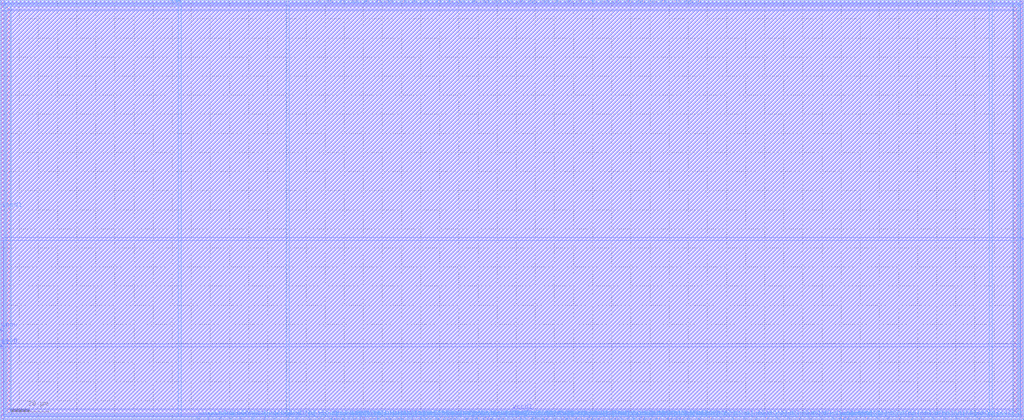
<source format=lef>
VERSION 5.4 ;
NAMESCASESENSITIVE ON ;
BUSBITCHARS "[]" ;
DIVIDERCHAR "/" ;
UNITS
  DATABASE MICRONS 2000 ;
END UNITS
MACRO sky130_sram_0kbytes_1rw1r_64x32_8
   CLASS BLOCK ;
   SIZE 535.54 BY 220.02 ;
   SYMMETRY X Y R90 ;
   PIN din0[0]
      DIRECTION INPUT ;
      PORT
         LAYER met4 ;
         RECT  150.28 0.0 150.66 1.06 ;
      END
   END din0[0]
   PIN din0[1]
      DIRECTION INPUT ;
      PORT
         LAYER met4 ;
         RECT  155.04 0.0 155.42 1.06 ;
      END
   END din0[1]
   PIN din0[2]
      DIRECTION INPUT ;
      PORT
         LAYER met4 ;
         RECT  161.84 0.0 162.22 1.06 ;
      END
   END din0[2]
   PIN din0[3]
      DIRECTION INPUT ;
      PORT
         LAYER met4 ;
         RECT  166.6 0.0 166.98 1.06 ;
      END
   END din0[3]
   PIN din0[4]
      DIRECTION INPUT ;
      PORT
         LAYER met4 ;
         RECT  173.4 0.0 173.78 1.06 ;
      END
   END din0[4]
   PIN din0[5]
      DIRECTION INPUT ;
      PORT
         LAYER met4 ;
         RECT  178.84 0.0 179.22 1.06 ;
      END
   END din0[5]
   PIN din0[6]
      DIRECTION INPUT ;
      PORT
         LAYER met4 ;
         RECT  184.96 0.0 185.34 1.06 ;
      END
   END din0[6]
   PIN din0[7]
      DIRECTION INPUT ;
      PORT
         LAYER met4 ;
         RECT  190.4 0.0 190.78 1.06 ;
      END
   END din0[7]
   PIN din0[8]
      DIRECTION INPUT ;
      PORT
         LAYER met4 ;
         RECT  195.84 0.0 196.22 1.06 ;
      END
   END din0[8]
   PIN din0[9]
      DIRECTION INPUT ;
      PORT
         LAYER met4 ;
         RECT  201.96 0.0 202.34 1.06 ;
      END
   END din0[9]
   PIN din0[10]
      DIRECTION INPUT ;
      PORT
         LAYER met4 ;
         RECT  208.08 0.0 208.46 1.06 ;
      END
   END din0[10]
   PIN din0[11]
      DIRECTION INPUT ;
      PORT
         LAYER met4 ;
         RECT  213.52 0.0 213.9 1.06 ;
      END
   END din0[11]
   PIN din0[12]
      DIRECTION INPUT ;
      PORT
         LAYER met4 ;
         RECT  220.32 0.0 220.7 1.06 ;
      END
   END din0[12]
   PIN din0[13]
      DIRECTION INPUT ;
      PORT
         LAYER met4 ;
         RECT  225.08 0.0 225.46 1.06 ;
      END
   END din0[13]
   PIN din0[14]
      DIRECTION INPUT ;
      PORT
         LAYER met4 ;
         RECT  231.88 0.0 232.26 1.06 ;
      END
   END din0[14]
   PIN din0[15]
      DIRECTION INPUT ;
      PORT
         LAYER met4 ;
         RECT  237.32 0.0 237.7 1.06 ;
      END
   END din0[15]
   PIN din0[16]
      DIRECTION INPUT ;
      PORT
         LAYER met4 ;
         RECT  243.44 0.0 243.82 1.06 ;
      END
   END din0[16]
   PIN din0[17]
      DIRECTION INPUT ;
      PORT
         LAYER met4 ;
         RECT  248.88 0.0 249.26 1.06 ;
      END
   END din0[17]
   PIN din0[18]
      DIRECTION INPUT ;
      PORT
         LAYER met4 ;
         RECT  255.0 0.0 255.38 1.06 ;
      END
   END din0[18]
   PIN din0[19]
      DIRECTION INPUT ;
      PORT
         LAYER met4 ;
         RECT  260.44 0.0 260.82 1.06 ;
      END
   END din0[19]
   PIN din0[20]
      DIRECTION INPUT ;
      PORT
         LAYER met4 ;
         RECT  265.88 0.0 266.26 1.06 ;
      END
   END din0[20]
   PIN din0[21]
      DIRECTION INPUT ;
      PORT
         LAYER met4 ;
         RECT  272.68 0.0 273.06 1.06 ;
      END
   END din0[21]
   PIN din0[22]
      DIRECTION INPUT ;
      PORT
         LAYER met4 ;
         RECT  278.12 0.0 278.5 1.06 ;
      END
   END din0[22]
   PIN din0[23]
      DIRECTION INPUT ;
      PORT
         LAYER met4 ;
         RECT  283.56 0.0 283.94 1.06 ;
      END
   END din0[23]
   PIN din0[24]
      DIRECTION INPUT ;
      PORT
         LAYER met4 ;
         RECT  289.68 0.0 290.06 1.06 ;
      END
   END din0[24]
   PIN din0[25]
      DIRECTION INPUT ;
      PORT
         LAYER met4 ;
         RECT  295.8 0.0 296.18 1.06 ;
      END
   END din0[25]
   PIN din0[26]
      DIRECTION INPUT ;
      PORT
         LAYER met4 ;
         RECT  301.24 0.0 301.62 1.06 ;
      END
   END din0[26]
   PIN din0[27]
      DIRECTION INPUT ;
      PORT
         LAYER met4 ;
         RECT  307.36 0.0 307.74 1.06 ;
      END
   END din0[27]
   PIN din0[28]
      DIRECTION INPUT ;
      PORT
         LAYER met4 ;
         RECT  312.8 0.0 313.18 1.06 ;
      END
   END din0[28]
   PIN din0[29]
      DIRECTION INPUT ;
      PORT
         LAYER met4 ;
         RECT  318.92 0.0 319.3 1.06 ;
      END
   END din0[29]
   PIN din0[30]
      DIRECTION INPUT ;
      PORT
         LAYER met4 ;
         RECT  325.04 0.0 325.42 1.06 ;
      END
   END din0[30]
   PIN din0[31]
      DIRECTION INPUT ;
      PORT
         LAYER met4 ;
         RECT  331.16 0.0 331.54 1.06 ;
      END
   END din0[31]
   PIN din0[32]
      DIRECTION INPUT ;
      PORT
         LAYER met4 ;
         RECT  336.6 0.0 336.98 1.06 ;
      END
   END din0[32]
   PIN din0[33]
      DIRECTION INPUT ;
      PORT
         LAYER met4 ;
         RECT  342.72 0.0 343.1 1.06 ;
      END
   END din0[33]
   PIN din0[34]
      DIRECTION INPUT ;
      PORT
         LAYER met4 ;
         RECT  348.84 0.0 349.22 1.06 ;
      END
   END din0[34]
   PIN din0[35]
      DIRECTION INPUT ;
      PORT
         LAYER met4 ;
         RECT  353.6 0.0 353.98 1.06 ;
      END
   END din0[35]
   PIN din0[36]
      DIRECTION INPUT ;
      PORT
         LAYER met4 ;
         RECT  359.72 0.0 360.1 1.06 ;
      END
   END din0[36]
   PIN din0[37]
      DIRECTION INPUT ;
      PORT
         LAYER met4 ;
         RECT  365.16 0.0 365.54 1.06 ;
      END
   END din0[37]
   PIN din0[38]
      DIRECTION INPUT ;
      PORT
         LAYER met4 ;
         RECT  371.96 0.0 372.34 1.06 ;
      END
   END din0[38]
   PIN din0[39]
      DIRECTION INPUT ;
      PORT
         LAYER met4 ;
         RECT  377.4 0.0 377.78 1.06 ;
      END
   END din0[39]
   PIN din0[40]
      DIRECTION INPUT ;
      PORT
         LAYER met4 ;
         RECT  383.52 0.0 383.9 1.06 ;
      END
   END din0[40]
   PIN din0[41]
      DIRECTION INPUT ;
      PORT
         LAYER met4 ;
         RECT  389.64 0.0 390.02 1.06 ;
      END
   END din0[41]
   PIN din0[42]
      DIRECTION INPUT ;
      PORT
         LAYER met4 ;
         RECT  395.08 0.0 395.46 1.06 ;
      END
   END din0[42]
   PIN din0[43]
      DIRECTION INPUT ;
      PORT
         LAYER met4 ;
         RECT  401.2 0.0 401.58 1.06 ;
      END
   END din0[43]
   PIN din0[44]
      DIRECTION INPUT ;
      PORT
         LAYER met4 ;
         RECT  406.64 0.0 407.02 1.06 ;
      END
   END din0[44]
   PIN din0[45]
      DIRECTION INPUT ;
      PORT
         LAYER met4 ;
         RECT  412.76 0.0 413.14 1.06 ;
      END
   END din0[45]
   PIN din0[46]
      DIRECTION INPUT ;
      PORT
         LAYER met4 ;
         RECT  418.2 0.0 418.58 1.06 ;
      END
   END din0[46]
   PIN din0[47]
      DIRECTION INPUT ;
      PORT
         LAYER met4 ;
         RECT  423.64 0.0 424.02 1.06 ;
      END
   END din0[47]
   PIN din0[48]
      DIRECTION INPUT ;
      PORT
         LAYER met4 ;
         RECT  429.76 0.0 430.14 1.06 ;
      END
   END din0[48]
   PIN din0[49]
      DIRECTION INPUT ;
      PORT
         LAYER met4 ;
         RECT  435.88 0.0 436.26 1.06 ;
      END
   END din0[49]
   PIN din0[50]
      DIRECTION INPUT ;
      PORT
         LAYER met4 ;
         RECT  441.32 0.0 441.7 1.06 ;
      END
   END din0[50]
   PIN din0[51]
      DIRECTION INPUT ;
      PORT
         LAYER met4 ;
         RECT  447.44 0.0 447.82 1.06 ;
      END
   END din0[51]
   PIN din0[52]
      DIRECTION INPUT ;
      PORT
         LAYER met4 ;
         RECT  453.56 0.0 453.94 1.06 ;
      END
   END din0[52]
   PIN din0[53]
      DIRECTION INPUT ;
      PORT
         LAYER met4 ;
         RECT  459.0 0.0 459.38 1.06 ;
      END
   END din0[53]
   PIN din0[54]
      DIRECTION INPUT ;
      PORT
         LAYER met4 ;
         RECT  464.44 0.0 464.82 1.06 ;
      END
   END din0[54]
   PIN din0[55]
      DIRECTION INPUT ;
      PORT
         LAYER met4 ;
         RECT  470.56 0.0 470.94 1.06 ;
      END
   END din0[55]
   PIN din0[56]
      DIRECTION INPUT ;
      PORT
         LAYER met4 ;
         RECT  476.68 0.0 477.06 1.06 ;
      END
   END din0[56]
   PIN din0[57]
      DIRECTION INPUT ;
      PORT
         LAYER met4 ;
         RECT  482.12 0.0 482.5 1.06 ;
      END
   END din0[57]
   PIN din0[58]
      DIRECTION INPUT ;
      PORT
         LAYER met4 ;
         RECT  488.24 0.0 488.62 1.06 ;
      END
   END din0[58]
   PIN din0[59]
      DIRECTION INPUT ;
      PORT
         LAYER met4 ;
         RECT  494.36 0.0 494.74 1.06 ;
      END
   END din0[59]
   PIN din0[60]
      DIRECTION INPUT ;
      PORT
         LAYER met4 ;
         RECT  500.48 0.0 500.86 1.06 ;
      END
   END din0[60]
   PIN din0[61]
      DIRECTION INPUT ;
      PORT
         LAYER met4 ;
         RECT  505.92 0.0 506.3 1.06 ;
      END
   END din0[61]
   PIN din0[62]
      DIRECTION INPUT ;
      PORT
         LAYER met4 ;
         RECT  512.04 0.0 512.42 1.06 ;
      END
   END din0[62]
   PIN din0[63]
      DIRECTION INPUT ;
      PORT
         LAYER met4 ;
         RECT  518.16 0.0 518.54 1.06 ;
      END
   END din0[63]
   PIN addr0[0]
      DIRECTION INPUT ;
      PORT
         LAYER met4 ;
         RECT  93.84 218.96 94.22 220.02 ;
      END
   END addr0[0]
   PIN addr0[1]
      DIRECTION INPUT ;
      PORT
         LAYER met4 ;
         RECT  93.16 218.96 93.54 220.02 ;
      END
   END addr0[1]
   PIN addr0[2]
      DIRECTION INPUT ;
      PORT
         LAYER met4 ;
         RECT  89.76 218.96 90.14 220.02 ;
      END
   END addr0[2]
   PIN addr0[3]
      DIRECTION INPUT ;
      PORT
         LAYER met4 ;
         RECT  92.48 218.96 92.86 220.02 ;
      END
   END addr0[3]
   PIN addr0[4]
      DIRECTION INPUT ;
      PORT
         LAYER met4 ;
         RECT  91.8 218.96 92.18 220.02 ;
      END
   END addr0[4]
   PIN addr1[0]
      DIRECTION INPUT ;
      PORT
         LAYER met3 ;
         RECT  534.48 94.52 535.54 94.9 ;
      END
   END addr1[0]
   PIN addr1[1]
      DIRECTION INPUT ;
      PORT
         LAYER met4 ;
         RECT  439.28 0.0 439.66 1.06 ;
      END
   END addr1[1]
   PIN addr1[2]
      DIRECTION INPUT ;
      PORT
         LAYER met4 ;
         RECT  444.04 0.0 444.42 1.06 ;
      END
   END addr1[2]
   PIN addr1[3]
      DIRECTION INPUT ;
      PORT
         LAYER met4 ;
         RECT  439.96 0.0 440.34 1.06 ;
      END
   END addr1[3]
   PIN addr1[4]
      DIRECTION INPUT ;
      PORT
         LAYER met4 ;
         RECT  443.36 0.0 443.74 1.06 ;
      END
   END addr1[4]
   PIN csb0
      DIRECTION INPUT ;
      PORT
         LAYER met3 ;
         RECT  0.0 38.76 1.06 39.14 ;
      END
   END csb0
   PIN csb1
      DIRECTION INPUT ;
      PORT
         LAYER met4 ;
         RECT  518.16 218.96 518.54 220.02 ;
      END
   END csb1
   PIN web0
      DIRECTION INPUT ;
      PORT
         LAYER met3 ;
         RECT  0.0 46.92 1.06 47.3 ;
      END
   END web0
   PIN clk0
      DIRECTION INPUT ;
      PORT
         LAYER met3 ;
         RECT  0.0 38.08 1.06 38.46 ;
      END
   END clk0
   PIN clk1
      DIRECTION INPUT ;
      PORT
         LAYER met4 ;
         RECT  501.16 218.96 501.54 220.02 ;
      END
   END clk1
   PIN wmask0[0]
      DIRECTION INPUT ;
      PORT
         LAYER met4 ;
         RECT  103.36 0.0 103.74 1.06 ;
      END
   END wmask0[0]
   PIN wmask0[1]
      DIRECTION INPUT ;
      PORT
         LAYER met4 ;
         RECT  108.8 0.0 109.18 1.06 ;
      END
   END wmask0[1]
   PIN wmask0[2]
      DIRECTION INPUT ;
      PORT
         LAYER met4 ;
         RECT  114.92 0.0 115.3 1.06 ;
      END
   END wmask0[2]
   PIN wmask0[3]
      DIRECTION INPUT ;
      PORT
         LAYER met4 ;
         RECT  120.36 0.0 120.74 1.06 ;
      END
   END wmask0[3]
   PIN wmask0[4]
      DIRECTION INPUT ;
      PORT
         LAYER met4 ;
         RECT  125.8 0.0 126.18 1.06 ;
      END
   END wmask0[4]
   PIN wmask0[5]
      DIRECTION INPUT ;
      PORT
         LAYER met4 ;
         RECT  131.92 0.0 132.3 1.06 ;
      END
   END wmask0[5]
   PIN wmask0[6]
      DIRECTION INPUT ;
      PORT
         LAYER met4 ;
         RECT  138.04 0.0 138.42 1.06 ;
      END
   END wmask0[6]
   PIN wmask0[7]
      DIRECTION INPUT ;
      PORT
         LAYER met4 ;
         RECT  143.48 0.0 143.86 1.06 ;
      END
   END wmask0[7]
   PIN dout0[0]
      DIRECTION OUTPUT ;
      PORT
         LAYER met4 ;
         RECT  168.64 0.0 169.02 1.06 ;
      END
   END dout0[0]
   PIN dout0[1]
      DIRECTION OUTPUT ;
      PORT
         LAYER met4 ;
         RECT  172.72 0.0 173.1 1.06 ;
      END
   END dout0[1]
   PIN dout0[2]
      DIRECTION OUTPUT ;
      PORT
         LAYER met4 ;
         RECT  174.76 0.0 175.14 1.06 ;
      END
   END dout0[2]
   PIN dout0[3]
      DIRECTION OUTPUT ;
      PORT
         LAYER met4 ;
         RECT  176.12 0.0 176.5 1.06 ;
      END
   END dout0[3]
   PIN dout0[4]
      DIRECTION OUTPUT ;
      PORT
         LAYER met4 ;
         RECT  179.52 0.0 179.9 1.06 ;
      END
   END dout0[4]
   PIN dout0[5]
      DIRECTION OUTPUT ;
      PORT
         LAYER met4 ;
         RECT  182.24 0.0 182.62 1.06 ;
      END
   END dout0[5]
   PIN dout0[6]
      DIRECTION OUTPUT ;
      PORT
         LAYER met4 ;
         RECT  185.64 0.0 186.02 1.06 ;
      END
   END dout0[6]
   PIN dout0[7]
      DIRECTION OUTPUT ;
      PORT
         LAYER met4 ;
         RECT  188.36 0.0 188.74 1.06 ;
      END
   END dout0[7]
   PIN dout0[8]
      DIRECTION OUTPUT ;
      PORT
         LAYER met4 ;
         RECT  193.8 0.0 194.18 1.06 ;
      END
   END dout0[8]
   PIN dout0[9]
      DIRECTION OUTPUT ;
      PORT
         LAYER met4 ;
         RECT  197.2 0.0 197.58 1.06 ;
      END
   END dout0[9]
   PIN dout0[10]
      DIRECTION OUTPUT ;
      PORT
         LAYER met4 ;
         RECT  197.88 0.0 198.26 1.06 ;
      END
   END dout0[10]
   PIN dout0[11]
      DIRECTION OUTPUT ;
      PORT
         LAYER met4 ;
         RECT  203.32 0.0 203.7 1.06 ;
      END
   END dout0[11]
   PIN dout0[12]
      DIRECTION OUTPUT ;
      PORT
         LAYER met4 ;
         RECT  204.0 0.0 204.38 1.06 ;
      END
   END dout0[12]
   PIN dout0[13]
      DIRECTION OUTPUT ;
      PORT
         LAYER met4 ;
         RECT  209.44 0.0 209.82 1.06 ;
      END
   END dout0[13]
   PIN dout0[14]
      DIRECTION OUTPUT ;
      PORT
         LAYER met4 ;
         RECT  210.12 0.0 210.5 1.06 ;
      END
   END dout0[14]
   PIN dout0[15]
      DIRECTION OUTPUT ;
      PORT
         LAYER met4 ;
         RECT  215.56 0.0 215.94 1.06 ;
      END
   END dout0[15]
   PIN dout0[16]
      DIRECTION OUTPUT ;
      PORT
         LAYER met4 ;
         RECT  219.64 0.0 220.02 1.06 ;
      END
   END dout0[16]
   PIN dout0[17]
      DIRECTION OUTPUT ;
      PORT
         LAYER met4 ;
         RECT  222.36 0.0 222.74 1.06 ;
      END
   END dout0[17]
   PIN dout0[18]
      DIRECTION OUTPUT ;
      PORT
         LAYER met4 ;
         RECT  223.04 0.0 223.42 1.06 ;
      END
   END dout0[18]
   PIN dout0[19]
      DIRECTION OUTPUT ;
      PORT
         LAYER met4 ;
         RECT  228.48 0.0 228.86 1.06 ;
      END
   END dout0[19]
   PIN dout0[20]
      DIRECTION OUTPUT ;
      PORT
         LAYER met4 ;
         RECT  229.16 0.0 229.54 1.06 ;
      END
   END dout0[20]
   PIN dout0[21]
      DIRECTION OUTPUT ;
      PORT
         LAYER met4 ;
         RECT  233.92 0.0 234.3 1.06 ;
      END
   END dout0[21]
   PIN dout0[22]
      DIRECTION OUTPUT ;
      PORT
         LAYER met4 ;
         RECT  235.28 0.0 235.66 1.06 ;
      END
   END dout0[22]
   PIN dout0[23]
      DIRECTION OUTPUT ;
      PORT
         LAYER met4 ;
         RECT  238.68 0.0 239.06 1.06 ;
      END
   END dout0[23]
   PIN dout0[24]
      DIRECTION OUTPUT ;
      PORT
         LAYER met4 ;
         RECT  244.12 0.0 244.5 1.06 ;
      END
   END dout0[24]
   PIN dout0[25]
      DIRECTION OUTPUT ;
      PORT
         LAYER met4 ;
         RECT  246.84 0.0 247.22 1.06 ;
      END
   END dout0[25]
   PIN dout0[26]
      DIRECTION OUTPUT ;
      PORT
         LAYER met4 ;
         RECT  249.56 0.0 249.94 1.06 ;
      END
   END dout0[26]
   PIN dout0[27]
      DIRECTION OUTPUT ;
      PORT
         LAYER met4 ;
         RECT  252.96 0.0 253.34 1.06 ;
      END
   END dout0[27]
   PIN dout0[28]
      DIRECTION OUTPUT ;
      PORT
         LAYER met4 ;
         RECT  256.36 0.0 256.74 1.06 ;
      END
   END dout0[28]
   PIN dout0[29]
      DIRECTION OUTPUT ;
      PORT
         LAYER met4 ;
         RECT  257.04 0.0 257.42 1.06 ;
      END
   END dout0[29]
   PIN dout0[30]
      DIRECTION OUTPUT ;
      PORT
         LAYER met4 ;
         RECT  262.48 0.0 262.86 1.06 ;
      END
   END dout0[30]
   PIN dout0[31]
      DIRECTION OUTPUT ;
      PORT
         LAYER met4 ;
         RECT  263.16 0.0 263.54 1.06 ;
      END
   END dout0[31]
   PIN dout0[32]
      DIRECTION OUTPUT ;
      PORT
         LAYER met4 ;
         RECT  268.6 0.0 268.98 1.06 ;
      END
   END dout0[32]
   PIN dout0[33]
      DIRECTION OUTPUT ;
      PORT
         LAYER met4 ;
         RECT  272.0 0.0 272.38 1.06 ;
      END
   END dout0[33]
   PIN dout0[34]
      DIRECTION OUTPUT ;
      PORT
         LAYER met4 ;
         RECT  274.72 0.0 275.1 1.06 ;
      END
   END dout0[34]
   PIN dout0[35]
      DIRECTION OUTPUT ;
      PORT
         LAYER met4 ;
         RECT  278.8 0.0 279.18 1.06 ;
      END
   END dout0[35]
   PIN dout0[36]
      DIRECTION OUTPUT ;
      PORT
         LAYER met4 ;
         RECT  280.84 0.0 281.22 1.06 ;
      END
   END dout0[36]
   PIN dout0[37]
      DIRECTION OUTPUT ;
      PORT
         LAYER met4 ;
         RECT  284.24 0.0 284.62 1.06 ;
      END
   END dout0[37]
   PIN dout0[38]
      DIRECTION OUTPUT ;
      PORT
         LAYER met4 ;
         RECT  285.6 0.0 285.98 1.06 ;
      END
   END dout0[38]
   PIN dout0[39]
      DIRECTION OUTPUT ;
      PORT
         LAYER met4 ;
         RECT  290.36 0.0 290.74 1.06 ;
      END
   END dout0[39]
   PIN dout0[40]
      DIRECTION OUTPUT ;
      PORT
         LAYER met4 ;
         RECT  293.76 0.0 294.14 1.06 ;
      END
   END dout0[40]
   PIN dout0[41]
      DIRECTION OUTPUT ;
      PORT
         LAYER met4 ;
         RECT  296.48 0.0 296.86 1.06 ;
      END
   END dout0[41]
   PIN dout0[42]
      DIRECTION OUTPUT ;
      PORT
         LAYER met4 ;
         RECT  297.84 0.0 298.22 1.06 ;
      END
   END dout0[42]
   PIN dout0[43]
      DIRECTION OUTPUT ;
      PORT
         LAYER met4 ;
         RECT  302.6 0.0 302.98 1.06 ;
      END
   END dout0[43]
   PIN dout0[44]
      DIRECTION OUTPUT ;
      PORT
         LAYER met4 ;
         RECT  303.96 0.0 304.34 1.06 ;
      END
   END dout0[44]
   PIN dout0[45]
      DIRECTION OUTPUT ;
      PORT
         LAYER met4 ;
         RECT  309.4 0.0 309.78 1.06 ;
      END
   END dout0[45]
   PIN dout0[46]
      DIRECTION OUTPUT ;
      PORT
         LAYER met4 ;
         RECT  310.08 0.0 310.46 1.06 ;
      END
   END dout0[46]
   PIN dout0[47]
      DIRECTION OUTPUT ;
      PORT
         LAYER met4 ;
         RECT  315.52 0.0 315.9 1.06 ;
      END
   END dout0[47]
   PIN dout0[48]
      DIRECTION OUTPUT ;
      PORT
         LAYER met4 ;
         RECT  319.6 0.0 319.98 1.06 ;
      END
   END dout0[48]
   PIN dout0[49]
      DIRECTION OUTPUT ;
      PORT
         LAYER met4 ;
         RECT  321.64 0.0 322.02 1.06 ;
      END
   END dout0[49]
   PIN dout0[50]
      DIRECTION OUTPUT ;
      PORT
         LAYER met4 ;
         RECT  323.0 0.0 323.38 1.06 ;
      END
   END dout0[50]
   PIN dout0[51]
      DIRECTION OUTPUT ;
      PORT
         LAYER met4 ;
         RECT  328.44 0.0 328.82 1.06 ;
      END
   END dout0[51]
   PIN dout0[52]
      DIRECTION OUTPUT ;
      PORT
         LAYER met4 ;
         RECT  331.84 0.0 332.22 1.06 ;
      END
   END dout0[52]
   PIN dout0[53]
      DIRECTION OUTPUT ;
      PORT
         LAYER met4 ;
         RECT  334.56 0.0 334.94 1.06 ;
      END
   END dout0[53]
   PIN dout0[54]
      DIRECTION OUTPUT ;
      PORT
         LAYER met4 ;
         RECT  337.28 0.0 337.66 1.06 ;
      END
   END dout0[54]
   PIN dout0[55]
      DIRECTION OUTPUT ;
      PORT
         LAYER met4 ;
         RECT  340.0 0.0 340.38 1.06 ;
      END
   END dout0[55]
   PIN dout0[56]
      DIRECTION OUTPUT ;
      PORT
         LAYER met4 ;
         RECT  343.4 0.0 343.78 1.06 ;
      END
   END dout0[56]
   PIN dout0[57]
      DIRECTION OUTPUT ;
      PORT
         LAYER met4 ;
         RECT  344.76 0.0 345.14 1.06 ;
      END
   END dout0[57]
   PIN dout0[58]
      DIRECTION OUTPUT ;
      PORT
         LAYER met4 ;
         RECT  349.52 0.0 349.9 1.06 ;
      END
   END dout0[58]
   PIN dout0[59]
      DIRECTION OUTPUT ;
      PORT
         LAYER met4 ;
         RECT  350.88 0.0 351.26 1.06 ;
      END
   END dout0[59]
   PIN dout0[60]
      DIRECTION OUTPUT ;
      PORT
         LAYER met4 ;
         RECT  355.64 0.0 356.02 1.06 ;
      END
   END dout0[60]
   PIN dout0[61]
      DIRECTION OUTPUT ;
      PORT
         LAYER met4 ;
         RECT  357.0 0.0 357.38 1.06 ;
      END
   END dout0[61]
   PIN dout0[62]
      DIRECTION OUTPUT ;
      PORT
         LAYER met4 ;
         RECT  360.4 0.0 360.78 1.06 ;
      END
   END dout0[62]
   PIN dout0[63]
      DIRECTION OUTPUT ;
      PORT
         LAYER met4 ;
         RECT  365.84 0.0 366.22 1.06 ;
      END
   END dout0[63]
   PIN dout1[0]
      DIRECTION OUTPUT ;
      PORT
         LAYER met4 ;
         RECT  166.6 218.96 166.98 220.02 ;
      END
   END dout1[0]
   PIN dout1[1]
      DIRECTION OUTPUT ;
      PORT
         LAYER met4 ;
         RECT  171.36 218.96 171.74 220.02 ;
      END
   END dout1[1]
   PIN dout1[2]
      DIRECTION OUTPUT ;
      PORT
         LAYER met4 ;
         RECT  172.72 218.96 173.1 220.02 ;
      END
   END dout1[2]
   PIN dout1[3]
      DIRECTION OUTPUT ;
      PORT
         LAYER met4 ;
         RECT  178.16 218.96 178.54 220.02 ;
      END
   END dout1[3]
   PIN dout1[4]
      DIRECTION OUTPUT ;
      PORT
         LAYER met4 ;
         RECT  179.52 218.96 179.9 220.02 ;
      END
   END dout1[4]
   PIN dout1[5]
      DIRECTION OUTPUT ;
      PORT
         LAYER met4 ;
         RECT  184.28 218.96 184.66 220.02 ;
      END
   END dout1[5]
   PIN dout1[6]
      DIRECTION OUTPUT ;
      PORT
         LAYER met4 ;
         RECT  186.32 218.96 186.7 220.02 ;
      END
   END dout1[6]
   PIN dout1[7]
      DIRECTION OUTPUT ;
      PORT
         LAYER met4 ;
         RECT  191.08 218.96 191.46 220.02 ;
      END
   END dout1[7]
   PIN dout1[8]
      DIRECTION OUTPUT ;
      PORT
         LAYER met4 ;
         RECT  191.76 218.96 192.14 220.02 ;
      END
   END dout1[8]
   PIN dout1[9]
      DIRECTION OUTPUT ;
      PORT
         LAYER met4 ;
         RECT  197.2 218.96 197.58 220.02 ;
      END
   END dout1[9]
   PIN dout1[10]
      DIRECTION OUTPUT ;
      PORT
         LAYER met4 ;
         RECT  198.56 218.96 198.94 220.02 ;
      END
   END dout1[10]
   PIN dout1[11]
      DIRECTION OUTPUT ;
      PORT
         LAYER met4 ;
         RECT  202.64 218.96 203.02 220.02 ;
      END
   END dout1[11]
   PIN dout1[12]
      DIRECTION OUTPUT ;
      PORT
         LAYER met4 ;
         RECT  204.68 218.96 205.06 220.02 ;
      END
   END dout1[12]
   PIN dout1[13]
      DIRECTION OUTPUT ;
      PORT
         LAYER met4 ;
         RECT  210.12 218.96 210.5 220.02 ;
      END
   END dout1[13]
   PIN dout1[14]
      DIRECTION OUTPUT ;
      PORT
         LAYER met4 ;
         RECT  211.48 218.96 211.86 220.02 ;
      END
   END dout1[14]
   PIN dout1[15]
      DIRECTION OUTPUT ;
      PORT
         LAYER met4 ;
         RECT  216.24 218.96 216.62 220.02 ;
      END
   END dout1[15]
   PIN dout1[16]
      DIRECTION OUTPUT ;
      PORT
         LAYER met4 ;
         RECT  216.92 218.96 217.3 220.02 ;
      END
   END dout1[16]
   PIN dout1[17]
      DIRECTION OUTPUT ;
      PORT
         LAYER met4 ;
         RECT  222.36 218.96 222.74 220.02 ;
      END
   END dout1[17]
   PIN dout1[18]
      DIRECTION OUTPUT ;
      PORT
         LAYER met4 ;
         RECT  223.04 218.96 223.42 220.02 ;
      END
   END dout1[18]
   PIN dout1[19]
      DIRECTION OUTPUT ;
      PORT
         LAYER met4 ;
         RECT  228.48 218.96 228.86 220.02 ;
      END
   END dout1[19]
   PIN dout1[20]
      DIRECTION OUTPUT ;
      PORT
         LAYER met4 ;
         RECT  229.84 218.96 230.22 220.02 ;
      END
   END dout1[20]
   PIN dout1[21]
      DIRECTION OUTPUT ;
      PORT
         LAYER met4 ;
         RECT  234.6 218.96 234.98 220.02 ;
      END
   END dout1[21]
   PIN dout1[22]
      DIRECTION OUTPUT ;
      PORT
         LAYER met4 ;
         RECT  235.28 218.96 235.66 220.02 ;
      END
   END dout1[22]
   PIN dout1[23]
      DIRECTION OUTPUT ;
      PORT
         LAYER met4 ;
         RECT  240.04 218.96 240.42 220.02 ;
      END
   END dout1[23]
   PIN dout1[24]
      DIRECTION OUTPUT ;
      PORT
         LAYER met4 ;
         RECT  242.08 218.96 242.46 220.02 ;
      END
   END dout1[24]
   PIN dout1[25]
      DIRECTION OUTPUT ;
      PORT
         LAYER met4 ;
         RECT  247.52 218.96 247.9 220.02 ;
      END
   END dout1[25]
   PIN dout1[26]
      DIRECTION OUTPUT ;
      PORT
         LAYER met4 ;
         RECT  248.2 218.96 248.58 220.02 ;
      END
   END dout1[26]
   PIN dout1[27]
      DIRECTION OUTPUT ;
      PORT
         LAYER met4 ;
         RECT  252.96 218.96 253.34 220.02 ;
      END
   END dout1[27]
   PIN dout1[28]
      DIRECTION OUTPUT ;
      PORT
         LAYER met4 ;
         RECT  255.0 218.96 255.38 220.02 ;
      END
   END dout1[28]
   PIN dout1[29]
      DIRECTION OUTPUT ;
      PORT
         LAYER met4 ;
         RECT  259.08 218.96 259.46 220.02 ;
      END
   END dout1[29]
   PIN dout1[30]
      DIRECTION OUTPUT ;
      PORT
         LAYER met4 ;
         RECT  261.12 218.96 261.5 220.02 ;
      END
   END dout1[30]
   PIN dout1[31]
      DIRECTION OUTPUT ;
      PORT
         LAYER met4 ;
         RECT  265.2 218.96 265.58 220.02 ;
      END
   END dout1[31]
   PIN dout1[32]
      DIRECTION OUTPUT ;
      PORT
         LAYER met4 ;
         RECT  267.24 218.96 267.62 220.02 ;
      END
   END dout1[32]
   PIN dout1[33]
      DIRECTION OUTPUT ;
      PORT
         LAYER met4 ;
         RECT  271.32 218.96 271.7 220.02 ;
      END
   END dout1[33]
   PIN dout1[34]
      DIRECTION OUTPUT ;
      PORT
         LAYER met4 ;
         RECT  272.68 218.96 273.06 220.02 ;
      END
   END dout1[34]
   PIN dout1[35]
      DIRECTION OUTPUT ;
      PORT
         LAYER met4 ;
         RECT  277.44 218.96 277.82 220.02 ;
      END
   END dout1[35]
   PIN dout1[36]
      DIRECTION OUTPUT ;
      PORT
         LAYER met4 ;
         RECT  279.48 218.96 279.86 220.02 ;
      END
   END dout1[36]
   PIN dout1[37]
      DIRECTION OUTPUT ;
      PORT
         LAYER met4 ;
         RECT  284.24 218.96 284.62 220.02 ;
      END
   END dout1[37]
   PIN dout1[38]
      DIRECTION OUTPUT ;
      PORT
         LAYER met4 ;
         RECT  286.28 218.96 286.66 220.02 ;
      END
   END dout1[38]
   PIN dout1[39]
      DIRECTION OUTPUT ;
      PORT
         LAYER met4 ;
         RECT  291.04 218.96 291.42 220.02 ;
      END
   END dout1[39]
   PIN dout1[40]
      DIRECTION OUTPUT ;
      PORT
         LAYER met4 ;
         RECT  291.72 218.96 292.1 220.02 ;
      END
   END dout1[40]
   PIN dout1[41]
      DIRECTION OUTPUT ;
      PORT
         LAYER met4 ;
         RECT  296.48 218.96 296.86 220.02 ;
      END
   END dout1[41]
   PIN dout1[42]
      DIRECTION OUTPUT ;
      PORT
         LAYER met4 ;
         RECT  297.84 218.96 298.22 220.02 ;
      END
   END dout1[42]
   PIN dout1[43]
      DIRECTION OUTPUT ;
      PORT
         LAYER met4 ;
         RECT  302.6 218.96 302.98 220.02 ;
      END
   END dout1[43]
   PIN dout1[44]
      DIRECTION OUTPUT ;
      PORT
         LAYER met4 ;
         RECT  303.96 218.96 304.34 220.02 ;
      END
   END dout1[44]
   PIN dout1[45]
      DIRECTION OUTPUT ;
      PORT
         LAYER met4 ;
         RECT  309.4 218.96 309.78 220.02 ;
      END
   END dout1[45]
   PIN dout1[46]
      DIRECTION OUTPUT ;
      PORT
         LAYER met4 ;
         RECT  310.08 218.96 310.46 220.02 ;
      END
   END dout1[46]
   PIN dout1[47]
      DIRECTION OUTPUT ;
      PORT
         LAYER met4 ;
         RECT  314.84 218.96 315.22 220.02 ;
      END
   END dout1[47]
   PIN dout1[48]
      DIRECTION OUTPUT ;
      PORT
         LAYER met4 ;
         RECT  317.56 218.96 317.94 220.02 ;
      END
   END dout1[48]
   PIN dout1[49]
      DIRECTION OUTPUT ;
      PORT
         LAYER met4 ;
         RECT  321.64 218.96 322.02 220.02 ;
      END
   END dout1[49]
   PIN dout1[50]
      DIRECTION OUTPUT ;
      PORT
         LAYER met4 ;
         RECT  323.0 218.96 323.38 220.02 ;
      END
   END dout1[50]
   PIN dout1[51]
      DIRECTION OUTPUT ;
      PORT
         LAYER met4 ;
         RECT  327.76 218.96 328.14 220.02 ;
      END
   END dout1[51]
   PIN dout1[52]
      DIRECTION OUTPUT ;
      PORT
         LAYER met4 ;
         RECT  329.12 218.96 329.5 220.02 ;
      END
   END dout1[52]
   PIN dout1[53]
      DIRECTION OUTPUT ;
      PORT
         LAYER met4 ;
         RECT  333.88 218.96 334.26 220.02 ;
      END
   END dout1[53]
   PIN dout1[54]
      DIRECTION OUTPUT ;
      PORT
         LAYER met4 ;
         RECT  335.92 218.96 336.3 220.02 ;
      END
   END dout1[54]
   PIN dout1[55]
      DIRECTION OUTPUT ;
      PORT
         LAYER met4 ;
         RECT  340.0 218.96 340.38 220.02 ;
      END
   END dout1[55]
   PIN dout1[56]
      DIRECTION OUTPUT ;
      PORT
         LAYER met4 ;
         RECT  342.04 218.96 342.42 220.02 ;
      END
   END dout1[56]
   PIN dout1[57]
      DIRECTION OUTPUT ;
      PORT
         LAYER met4 ;
         RECT  346.12 218.96 346.5 220.02 ;
      END
   END dout1[57]
   PIN dout1[58]
      DIRECTION OUTPUT ;
      PORT
         LAYER met4 ;
         RECT  347.48 218.96 347.86 220.02 ;
      END
   END dout1[58]
   PIN dout1[59]
      DIRECTION OUTPUT ;
      PORT
         LAYER met4 ;
         RECT  353.6 218.96 353.98 220.02 ;
      END
   END dout1[59]
   PIN dout1[60]
      DIRECTION OUTPUT ;
      PORT
         LAYER met4 ;
         RECT  354.96 218.96 355.34 220.02 ;
      END
   END dout1[60]
   PIN dout1[61]
      DIRECTION OUTPUT ;
      PORT
         LAYER met4 ;
         RECT  359.04 218.96 359.42 220.02 ;
      END
   END dout1[61]
   PIN dout1[62]
      DIRECTION OUTPUT ;
      PORT
         LAYER met4 ;
         RECT  361.08 218.96 361.46 220.02 ;
      END
   END dout1[62]
   PIN dout1[63]
      DIRECTION OUTPUT ;
      PORT
         LAYER met4 ;
         RECT  365.16 218.96 365.54 220.02 ;
      END
   END dout1[63]
   PIN vccd1
      DIRECTION INOUT ;
      USE POWER ; 
      SHAPE ABUTMENT ; 
      PORT
         LAYER met4 ;
         RECT  3.4 3.4 5.14 216.62 ;
         LAYER met3 ;
         RECT  3.4 214.88 532.14 216.62 ;
         LAYER met4 ;
         RECT  530.4 3.4 532.14 216.62 ;
         LAYER met3 ;
         RECT  3.4 3.4 532.14 5.14 ;
      END
   END vccd1
   PIN vssd1
      DIRECTION INOUT ;
      USE GROUND ; 
      SHAPE ABUTMENT ; 
      PORT
         LAYER met4 ;
         RECT  533.8 0.0 535.54 220.02 ;
         LAYER met4 ;
         RECT  0.0 0.0 1.74 220.02 ;
         LAYER met3 ;
         RECT  0.0 218.28 535.54 220.02 ;
         LAYER met3 ;
         RECT  0.0 0.0 535.54 1.74 ;
      END
   END vssd1
   OBS
   LAYER  met1 ;
      RECT  0.62 0.62 534.92 219.4 ;
   LAYER  met2 ;
      RECT  0.62 0.62 534.92 219.4 ;
   LAYER  met3 ;
      RECT  0.62 93.92 533.88 95.5 ;
      RECT  1.66 38.16 533.88 39.74 ;
      RECT  1.66 39.74 533.88 93.92 ;
      RECT  0.62 39.74 1.66 46.32 ;
      RECT  0.62 47.9 1.66 93.92 ;
      RECT  0.62 95.5 2.8 214.28 ;
      RECT  0.62 214.28 2.8 217.22 ;
      RECT  2.8 95.5 532.74 214.28 ;
      RECT  532.74 95.5 533.88 214.28 ;
      RECT  532.74 214.28 533.88 217.22 ;
      RECT  1.66 2.8 2.8 5.74 ;
      RECT  1.66 5.74 2.8 38.16 ;
      RECT  2.8 5.74 532.74 38.16 ;
      RECT  532.74 2.8 533.88 5.74 ;
      RECT  532.74 5.74 533.88 38.16 ;
      RECT  533.88 95.5 534.92 217.68 ;
      RECT  0.62 217.22 2.8 217.68 ;
      RECT  2.8 217.22 532.74 217.68 ;
      RECT  532.74 217.22 533.88 217.68 ;
      RECT  533.88 2.34 534.92 93.92 ;
      RECT  0.62 2.34 1.66 37.48 ;
      RECT  1.66 2.34 2.8 2.8 ;
      RECT  2.8 2.34 532.74 2.8 ;
      RECT  532.74 2.34 533.88 2.8 ;
   LAYER  met4 ;
      RECT  149.68 1.66 151.26 219.4 ;
      RECT  151.26 0.62 154.44 1.66 ;
      RECT  156.02 0.62 161.24 1.66 ;
      RECT  162.82 0.62 166.0 1.66 ;
      RECT  372.94 0.62 376.8 1.66 ;
      RECT  378.38 0.62 382.92 1.66 ;
      RECT  384.5 0.62 389.04 1.66 ;
      RECT  390.62 0.62 394.48 1.66 ;
      RECT  396.06 0.62 400.6 1.66 ;
      RECT  402.18 0.62 406.04 1.66 ;
      RECT  407.62 0.62 412.16 1.66 ;
      RECT  413.74 0.62 417.6 1.66 ;
      RECT  419.18 0.62 423.04 1.66 ;
      RECT  424.62 0.62 429.16 1.66 ;
      RECT  430.74 0.62 435.28 1.66 ;
      RECT  448.42 0.62 452.96 1.66 ;
      RECT  454.54 0.62 458.4 1.66 ;
      RECT  459.98 0.62 463.84 1.66 ;
      RECT  465.42 0.62 469.96 1.66 ;
      RECT  471.54 0.62 476.08 1.66 ;
      RECT  477.66 0.62 481.52 1.66 ;
      RECT  483.1 0.62 487.64 1.66 ;
      RECT  489.22 0.62 493.76 1.66 ;
      RECT  495.34 0.62 499.88 1.66 ;
      RECT  501.46 0.62 505.32 1.66 ;
      RECT  506.9 0.62 511.44 1.66 ;
      RECT  513.02 0.62 517.56 1.66 ;
      RECT  93.24 1.66 94.82 218.36 ;
      RECT  94.82 1.66 149.68 218.36 ;
      RECT  94.82 218.36 149.68 219.4 ;
      RECT  90.74 218.36 91.2 219.4 ;
      RECT  436.86 0.62 438.68 1.66 ;
      RECT  445.02 0.62 446.84 1.66 ;
      RECT  442.3 0.62 442.76 1.66 ;
      RECT  151.26 1.66 517.56 218.36 ;
      RECT  517.56 1.66 519.14 218.36 ;
      RECT  502.14 218.36 517.56 219.4 ;
      RECT  104.34 0.62 108.2 1.66 ;
      RECT  109.78 0.62 114.32 1.66 ;
      RECT  115.9 0.62 119.76 1.66 ;
      RECT  121.34 0.62 125.2 1.66 ;
      RECT  126.78 0.62 131.32 1.66 ;
      RECT  132.9 0.62 137.44 1.66 ;
      RECT  139.02 0.62 142.88 1.66 ;
      RECT  144.46 0.62 149.68 1.66 ;
      RECT  167.58 0.62 168.04 1.66 ;
      RECT  169.62 0.62 172.12 1.66 ;
      RECT  177.1 0.62 178.24 1.66 ;
      RECT  180.5 0.62 181.64 1.66 ;
      RECT  183.22 0.62 184.36 1.66 ;
      RECT  186.62 0.62 187.76 1.66 ;
      RECT  189.34 0.62 189.8 1.66 ;
      RECT  191.38 0.62 193.2 1.66 ;
      RECT  194.78 0.62 195.24 1.66 ;
      RECT  198.86 0.62 201.36 1.66 ;
      RECT  204.98 0.62 207.48 1.66 ;
      RECT  211.1 0.62 212.92 1.66 ;
      RECT  214.5 0.62 214.96 1.66 ;
      RECT  216.54 0.62 219.04 1.66 ;
      RECT  221.3 0.62 221.76 1.66 ;
      RECT  224.02 0.62 224.48 1.66 ;
      RECT  226.06 0.62 227.88 1.66 ;
      RECT  230.14 0.62 231.28 1.66 ;
      RECT  232.86 0.62 233.32 1.66 ;
      RECT  236.26 0.62 236.72 1.66 ;
      RECT  239.66 0.62 242.84 1.66 ;
      RECT  245.1 0.62 246.24 1.66 ;
      RECT  247.82 0.62 248.28 1.66 ;
      RECT  250.54 0.62 252.36 1.66 ;
      RECT  253.94 0.62 254.4 1.66 ;
      RECT  258.02 0.62 259.84 1.66 ;
      RECT  261.42 0.62 261.88 1.66 ;
      RECT  264.14 0.62 265.28 1.66 ;
      RECT  266.86 0.62 268.0 1.66 ;
      RECT  269.58 0.62 271.4 1.66 ;
      RECT  273.66 0.62 274.12 1.66 ;
      RECT  275.7 0.62 277.52 1.66 ;
      RECT  279.78 0.62 280.24 1.66 ;
      RECT  281.82 0.62 282.96 1.66 ;
      RECT  286.58 0.62 289.08 1.66 ;
      RECT  291.34 0.62 293.16 1.66 ;
      RECT  294.74 0.62 295.2 1.66 ;
      RECT  298.82 0.62 300.64 1.66 ;
      RECT  304.94 0.62 306.76 1.66 ;
      RECT  308.34 0.62 308.8 1.66 ;
      RECT  311.06 0.62 312.2 1.66 ;
      RECT  313.78 0.62 314.92 1.66 ;
      RECT  316.5 0.62 318.32 1.66 ;
      RECT  320.58 0.62 321.04 1.66 ;
      RECT  323.98 0.62 324.44 1.66 ;
      RECT  326.02 0.62 327.84 1.66 ;
      RECT  329.42 0.62 330.56 1.66 ;
      RECT  332.82 0.62 333.96 1.66 ;
      RECT  335.54 0.62 336.0 1.66 ;
      RECT  338.26 0.62 339.4 1.66 ;
      RECT  340.98 0.62 342.12 1.66 ;
      RECT  345.74 0.62 348.24 1.66 ;
      RECT  351.86 0.62 353.0 1.66 ;
      RECT  354.58 0.62 355.04 1.66 ;
      RECT  357.98 0.62 359.12 1.66 ;
      RECT  361.38 0.62 364.56 1.66 ;
      RECT  366.82 0.62 371.36 1.66 ;
      RECT  151.26 218.36 166.0 219.4 ;
      RECT  167.58 218.36 170.76 219.4 ;
      RECT  173.7 218.36 177.56 219.4 ;
      RECT  180.5 218.36 183.68 219.4 ;
      RECT  185.26 218.36 185.72 219.4 ;
      RECT  187.3 218.36 190.48 219.4 ;
      RECT  192.74 218.36 196.6 219.4 ;
      RECT  199.54 218.36 202.04 219.4 ;
      RECT  203.62 218.36 204.08 219.4 ;
      RECT  205.66 218.36 209.52 219.4 ;
      RECT  212.46 218.36 215.64 219.4 ;
      RECT  217.9 218.36 221.76 219.4 ;
      RECT  224.02 218.36 227.88 219.4 ;
      RECT  230.82 218.36 234.0 219.4 ;
      RECT  236.26 218.36 239.44 219.4 ;
      RECT  241.02 218.36 241.48 219.4 ;
      RECT  243.06 218.36 246.92 219.4 ;
      RECT  249.18 218.36 252.36 219.4 ;
      RECT  253.94 218.36 254.4 219.4 ;
      RECT  255.98 218.36 258.48 219.4 ;
      RECT  260.06 218.36 260.52 219.4 ;
      RECT  262.1 218.36 264.6 219.4 ;
      RECT  266.18 218.36 266.64 219.4 ;
      RECT  268.22 218.36 270.72 219.4 ;
      RECT  273.66 218.36 276.84 219.4 ;
      RECT  278.42 218.36 278.88 219.4 ;
      RECT  280.46 218.36 283.64 219.4 ;
      RECT  285.22 218.36 285.68 219.4 ;
      RECT  287.26 218.36 290.44 219.4 ;
      RECT  292.7 218.36 295.88 219.4 ;
      RECT  298.82 218.36 302.0 219.4 ;
      RECT  304.94 218.36 308.8 219.4 ;
      RECT  311.06 218.36 314.24 219.4 ;
      RECT  315.82 218.36 316.96 219.4 ;
      RECT  318.54 218.36 321.04 219.4 ;
      RECT  323.98 218.36 327.16 219.4 ;
      RECT  330.1 218.36 333.28 219.4 ;
      RECT  334.86 218.36 335.32 219.4 ;
      RECT  336.9 218.36 339.4 219.4 ;
      RECT  340.98 218.36 341.44 219.4 ;
      RECT  343.02 218.36 345.52 219.4 ;
      RECT  348.46 218.36 353.0 219.4 ;
      RECT  355.94 218.36 358.44 219.4 ;
      RECT  360.02 218.36 360.48 219.4 ;
      RECT  362.06 218.36 364.56 219.4 ;
      RECT  366.14 218.36 500.56 219.4 ;
      RECT  2.8 1.66 5.74 2.8 ;
      RECT  2.8 217.22 5.74 218.36 ;
      RECT  5.74 1.66 93.24 2.8 ;
      RECT  5.74 2.8 93.24 217.22 ;
      RECT  5.74 217.22 93.24 218.36 ;
      RECT  519.14 1.66 529.8 2.8 ;
      RECT  519.14 2.8 529.8 217.22 ;
      RECT  519.14 217.22 529.8 218.36 ;
      RECT  529.8 1.66 532.74 2.8 ;
      RECT  529.8 217.22 532.74 218.36 ;
      RECT  519.14 0.62 533.2 1.66 ;
      RECT  519.14 218.36 533.2 219.4 ;
      RECT  532.74 1.66 533.2 2.8 ;
      RECT  532.74 2.8 533.2 217.22 ;
      RECT  532.74 217.22 533.2 218.36 ;
      RECT  2.34 218.36 89.16 219.4 ;
      RECT  2.34 0.62 102.76 1.66 ;
      RECT  2.34 1.66 2.8 2.8 ;
      RECT  2.34 2.8 2.8 217.22 ;
      RECT  2.34 217.22 2.8 218.36 ;
   END
END    sky130_sram_0kbytes_1rw1r_64x32_8
END    LIBRARY

</source>
